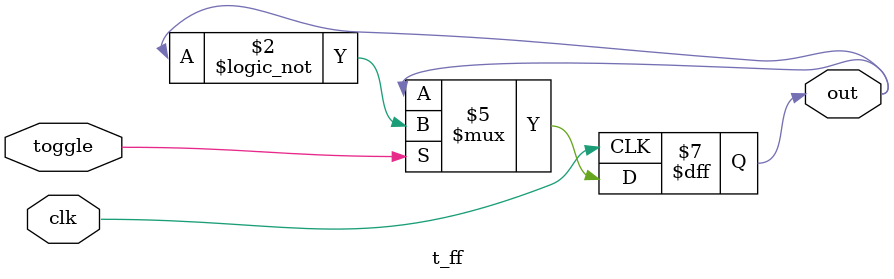
<source format=sv>
/*
	T flip-flop
	
	********************************************************************
	t_ff
	#(
		.POR_VALUE 	(0)
	)
		t_ff_inst
	(
		.clk		(),	
		.toggle		(),
		.out		()
	);
*/



module t_ff
#(
	parameter POR_VALUE = 1
)
(
	input  logic clk,	
	input  logic toggle,
	output logic out
);


	initial begin
		out <= POR_VALUE[0];
	end


	
	
	always_ff @ (posedge clk) begin
		if (toggle)
			out <= !out;
		else
			out <= out;
	end
	
	

endmodule

	

</source>
